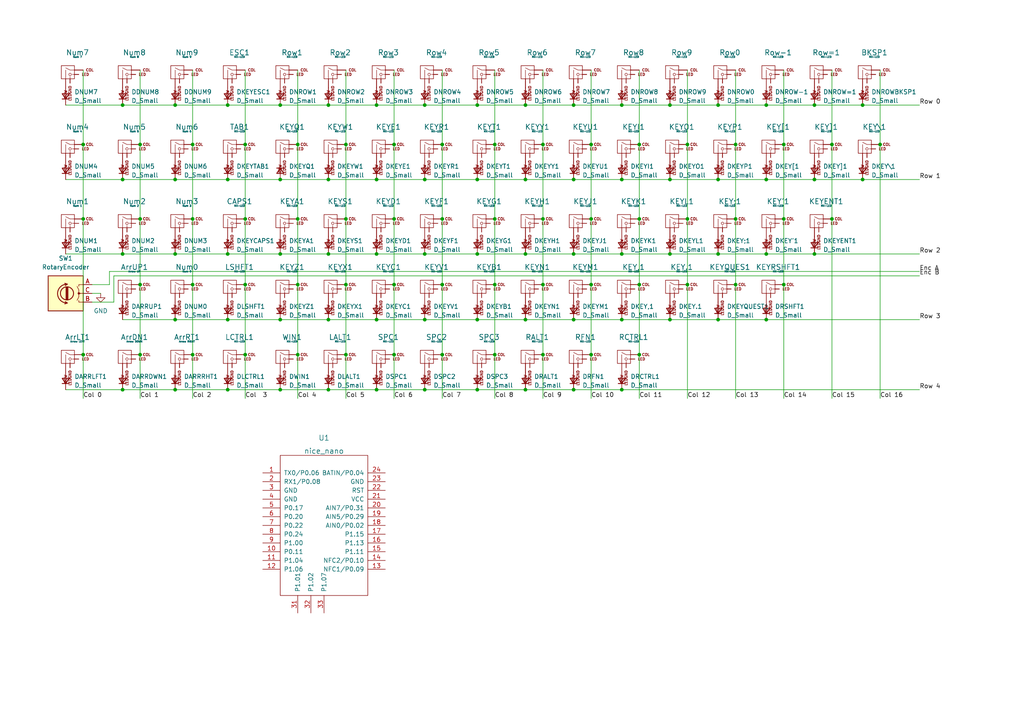
<source format=kicad_sch>
(kicad_sch (version 20211123) (generator eeschema)
  (paper "A4")
  (junction (at 227.33 63.5))
  (junction (at 66.04 30.48))
  (junction (at 152.4 73.66))
  (junction (at 208.28 30.48))
  (junction (at 55.88 63.5))
  (junction (at 143.51 82.55))
  (junction (at 71.12 63.5))
  (junction (at 236.22 73.66))
  (junction (at 95.25 92.71))
  (junction (at 123.19 73.66))
  (junction (at 123.19 113.03))
  (junction (at 143.51 102.87))
  (junction (at 185.42 82.55))
  (junction (at 157.48 63.5))
  (junction (at 24.13 102.87))
  (junction (at 95.25 52.07))
  (junction (at 222.25 73.66))
  (junction (at 152.4 92.71))
  (junction (at 171.45 82.55))
  (junction (at 123.19 92.71))
  (junction (at 86.36 63.5))
  (junction (at 66.04 52.07))
  (junction (at 100.33 102.87))
  (junction (at 166.37 113.03))
  (junction (at 50.8 113.03))
  (junction (at 81.28 52.07))
  (junction (at 166.37 30.48))
  (junction (at 143.51 63.5))
  (junction (at 199.39 63.5))
  (junction (at 180.34 30.48))
  (junction (at 194.31 52.07))
  (junction (at 55.88 82.55))
  (junction (at 81.28 30.48))
  (junction (at 171.45 102.87))
  (junction (at 166.37 92.71))
  (junction (at 180.34 113.03))
  (junction (at 109.22 30.48))
  (junction (at 114.3 82.55))
  (junction (at 250.19 30.48))
  (junction (at 86.36 82.55))
  (junction (at 50.8 73.66))
  (junction (at 166.37 52.07))
  (junction (at 24.13 63.5))
  (junction (at 157.48 41.91))
  (junction (at 81.28 73.66))
  (junction (at 100.33 41.91))
  (junction (at 213.36 41.91))
  (junction (at 100.33 63.5))
  (junction (at 40.64 41.91))
  (junction (at 222.25 92.71))
  (junction (at 222.25 30.48))
  (junction (at 194.31 30.48))
  (junction (at 180.34 73.66))
  (junction (at 128.27 41.91))
  (junction (at 241.3 63.5))
  (junction (at 255.27 41.91))
  (junction (at 143.51 41.91))
  (junction (at 100.33 82.55))
  (junction (at 35.56 30.48))
  (junction (at 138.43 30.48))
  (junction (at 40.64 63.5))
  (junction (at 114.3 63.5))
  (junction (at 66.04 92.71))
  (junction (at 171.45 41.91))
  (junction (at 250.19 52.07))
  (junction (at 128.27 82.55))
  (junction (at 55.88 102.87))
  (junction (at 208.28 92.71))
  (junction (at 208.28 73.66))
  (junction (at 222.25 52.07))
  (junction (at 236.22 30.48))
  (junction (at 95.25 113.03))
  (junction (at 138.43 113.03))
  (junction (at 71.12 102.87))
  (junction (at 55.88 41.91))
  (junction (at 66.04 113.03))
  (junction (at 171.45 63.5))
  (junction (at 95.25 30.48))
  (junction (at 35.56 73.66))
  (junction (at 152.4 30.48))
  (junction (at 241.3 41.91))
  (junction (at 152.4 113.03))
  (junction (at 199.39 41.91))
  (junction (at 213.36 63.5))
  (junction (at 128.27 102.87))
  (junction (at 138.43 73.66))
  (junction (at 128.27 63.5))
  (junction (at 185.42 102.87))
  (junction (at 50.8 52.07))
  (junction (at 185.42 63.5))
  (junction (at 180.34 52.07))
  (junction (at 109.22 113.03))
  (junction (at 24.13 41.91))
  (junction (at 35.56 52.07))
  (junction (at 35.56 113.03))
  (junction (at 185.42 41.91))
  (junction (at 180.34 92.71))
  (junction (at 95.25 73.66))
  (junction (at 114.3 41.91))
  (junction (at 236.22 52.07))
  (junction (at 194.31 92.71))
  (junction (at 138.43 92.71))
  (junction (at 71.12 41.91))
  (junction (at 81.28 92.71))
  (junction (at 109.22 92.71))
  (junction (at 213.36 82.55))
  (junction (at 227.33 41.91))
  (junction (at 157.48 102.87))
  (junction (at 109.22 52.07))
  (junction (at 157.48 82.55))
  (junction (at 123.19 52.07))
  (junction (at 40.64 82.55))
  (junction (at 114.3 102.87))
  (junction (at 227.33 82.55))
  (junction (at 50.8 30.48))
  (junction (at 152.4 52.07))
  (junction (at 71.12 82.55))
  (junction (at 194.31 73.66))
  (junction (at 86.36 102.87))
  (junction (at 50.8 92.71))
  (junction (at 40.64 102.87))
  (junction (at 66.04 73.66))
  (junction (at 208.28 52.07))
  (junction (at 138.43 52.07))
  (junction (at 166.37 73.66))
  (junction (at 123.19 30.48))
  (junction (at 199.39 82.55))
  (junction (at 86.36 41.91))
  (junction (at 109.22 73.66))
  (junction (at 81.28 113.03))
  (wire (pts (xy 185.42 20.32) (xy 185.42 41.91)))
  (wire (pts (xy 114.3 41.91) (xy 114.3 63.5)))
  (wire (pts (xy 250.19 30.48) (xy 266.7 30.48)))
  (wire (pts (xy 199.39 82.55) (xy 199.39 115.57)))
  (wire (pts (xy 236.22 30.48) (xy 250.19 30.48)))
  (wire (pts (xy 213.36 63.5) (xy 213.36 82.55)))
  (wire (pts (xy 143.51 41.91) (xy 143.51 63.5)))
  (wire (pts (xy 109.22 52.07) (xy 123.19 52.07)))
  (wire (pts (xy 180.34 113.03) (xy 266.7 113.03)))
  (wire (pts (xy 66.04 92.71) (xy 81.28 92.71)))
  (wire (pts (xy 208.28 73.66) (xy 222.25 73.66)))
  (wire (pts (xy 138.43 113.03) (xy 152.4 113.03)))
  (wire (pts (xy 40.64 41.91) (xy 40.64 63.5)))
  (wire (pts (xy 123.19 113.03) (xy 138.43 113.03)))
  (wire (pts (xy 157.48 102.87) (xy 157.48 115.57)))
  (wire (pts (xy 109.22 92.71) (xy 123.19 92.71)))
  (wire (pts (xy 241.3 41.91) (xy 241.3 63.5)))
  (wire (pts (xy 222.25 52.07) (xy 236.22 52.07)))
  (wire (pts (xy 128.27 82.55) (xy 128.27 102.87)))
  (wire (pts (xy 109.22 73.66) (xy 123.19 73.66)))
  (wire (pts (xy 35.56 30.48) (xy 50.8 30.48)))
  (wire (pts (xy 227.33 63.5) (xy 227.33 82.55)))
  (wire (pts (xy 138.43 52.07) (xy 152.4 52.07)))
  (wire (pts (xy 114.3 20.32) (xy 114.3 41.91)))
  (wire (pts (xy 114.3 102.87) (xy 114.3 115.57)))
  (wire (pts (xy 222.25 30.48) (xy 236.22 30.48)))
  (wire (pts (xy 213.36 82.55) (xy 213.36 115.57)))
  (wire (pts (xy 138.43 73.66) (xy 152.4 73.66)))
  (wire (pts (xy 114.3 82.55) (xy 114.3 102.87)))
  (wire (pts (xy 66.04 52.07) (xy 81.28 52.07)))
  (wire (pts (xy 227.33 82.55) (xy 227.33 115.57)))
  (wire (pts (xy 171.45 82.55) (xy 171.45 102.87)))
  (wire (pts (xy 19.05 30.48) (xy 35.56 30.48)))
  (wire (pts (xy 152.4 113.03) (xy 166.37 113.03)))
  (wire (pts (xy 71.12 63.5) (xy 71.12 82.55)))
  (wire (pts (xy 166.37 52.07) (xy 180.34 52.07)))
  (wire (pts (xy 180.34 30.48) (xy 194.31 30.48)))
  (wire (pts (xy 40.64 20.32) (xy 40.64 41.91)))
  (wire (pts (xy 66.04 30.48) (xy 81.28 30.48)))
  (wire (pts (xy 81.28 52.07) (xy 95.25 52.07)))
  (wire (pts (xy 114.3 63.5) (xy 114.3 82.55)))
  (wire (pts (xy 250.19 52.07) (xy 266.7 52.07)))
  (wire (pts (xy 31.75 78.74) (xy 266.7 78.74)))
  (wire (pts (xy 35.56 52.07) (xy 50.8 52.07)))
  (wire (pts (xy 50.8 30.48) (xy 66.04 30.48)))
  (wire (pts (xy 143.51 102.87) (xy 143.51 115.57)))
  (wire (pts (xy 109.22 30.48) (xy 123.19 30.48)))
  (wire (pts (xy 194.31 73.66) (xy 208.28 73.66)))
  (wire (pts (xy 157.48 82.55) (xy 157.48 102.87)))
  (wire (pts (xy 180.34 92.71) (xy 194.31 92.71)))
  (wire (pts (xy 241.3 20.32) (xy 241.3 41.91)))
  (wire (pts (xy 66.04 73.66) (xy 81.28 73.66)))
  (wire (pts (xy 185.42 102.87) (xy 185.42 115.57)))
  (wire (pts (xy 180.34 73.66) (xy 194.31 73.66)))
  (wire (pts (xy 128.27 63.5) (xy 128.27 82.55)))
  (wire (pts (xy 50.8 92.71) (xy 66.04 92.71)))
  (wire (pts (xy 236.22 73.66) (xy 266.7 73.66)))
  (wire (pts (xy 123.19 52.07) (xy 138.43 52.07)))
  (wire (pts (xy 194.31 92.71) (xy 208.28 92.71)))
  (wire (pts (xy 128.27 20.32) (xy 128.27 41.91)))
  (wire (pts (xy 123.19 73.66) (xy 138.43 73.66)))
  (wire (pts (xy 143.51 82.55) (xy 143.51 102.87)))
  (wire (pts (xy 194.31 52.07) (xy 208.28 52.07)))
  (wire (pts (xy 166.37 30.48) (xy 180.34 30.48)))
  (wire (pts (xy 143.51 63.5) (xy 143.51 82.55)))
  (wire (pts (xy 86.36 63.5) (xy 86.36 82.55)))
  (wire (pts (xy 33.02 80.01) (xy 266.7 80.01)))
  (wire (pts (xy 40.64 63.5) (xy 40.64 82.55)))
  (wire (pts (xy 236.22 52.07) (xy 250.19 52.07)))
  (wire (pts (xy 100.33 63.5) (xy 100.33 82.55)))
  (wire (pts (xy 128.27 102.87) (xy 128.27 115.57)))
  (wire (pts (xy 50.8 73.66) (xy 66.04 73.66)))
  (wire (pts (xy 81.28 30.48) (xy 95.25 30.48)))
  (wire (pts (xy 143.51 20.32) (xy 143.51 41.91)))
  (wire (pts (xy 35.56 92.71) (xy 50.8 92.71)))
  (wire (pts (xy 55.88 63.5) (xy 55.88 82.55)))
  (wire (pts (xy 152.4 92.71) (xy 166.37 92.71)))
  (wire (pts (xy 208.28 52.07) (xy 222.25 52.07)))
  (wire (pts (xy 171.45 63.5) (xy 171.45 82.55)))
  (wire (pts (xy 213.36 20.32) (xy 213.36 41.91)))
  (wire (pts (xy 241.3 63.5) (xy 241.3 115.57)))
  (wire (pts (xy 208.28 92.71) (xy 222.25 92.71)))
  (wire (pts (xy 109.22 113.03) (xy 123.19 113.03)))
  (wire (pts (xy 128.27 41.91) (xy 128.27 63.5)))
  (wire (pts (xy 199.39 20.32) (xy 199.39 41.91)))
  (wire (pts (xy 222.25 92.71) (xy 266.7 92.71)))
  (wire (pts (xy 227.33 41.91) (xy 227.33 63.5)))
  (wire (pts (xy 100.33 41.91) (xy 100.33 63.5)))
  (wire (pts (xy 166.37 92.71) (xy 180.34 92.71)))
  (wire (pts (xy 138.43 92.71) (xy 152.4 92.71)))
  (wire (pts (xy 152.4 52.07) (xy 166.37 52.07)))
  (wire (pts (xy 227.33 20.32) (xy 227.33 41.91)))
  (wire (pts (xy 31.75 82.55) (xy 31.75 78.74)))
  (wire (pts (xy 35.56 73.66) (xy 50.8 73.66)))
  (wire (pts (xy 71.12 20.32) (xy 71.12 41.91)))
  (wire (pts (xy 81.28 92.71) (xy 95.25 92.71)))
  (wire (pts (xy 199.39 41.91) (xy 199.39 63.5)))
  (wire (pts (xy 185.42 82.55) (xy 185.42 102.87)))
  (wire (pts (xy 255.27 20.32) (xy 255.27 41.91)))
  (wire (pts (xy 86.36 82.55) (xy 86.36 102.87)))
  (wire (pts (xy 55.88 20.32) (xy 55.88 41.91)))
  (wire (pts (xy 208.28 30.48) (xy 222.25 30.48)))
  (wire (pts (xy 50.8 113.03) (xy 66.04 113.03)))
  (wire (pts (xy 71.12 41.91) (xy 71.12 63.5)))
  (wire (pts (xy 138.43 30.48) (xy 152.4 30.48)))
  (wire (pts (xy 166.37 113.03) (xy 180.34 113.03)))
  (wire (pts (xy 66.04 113.03) (xy 81.28 113.03)))
  (wire (pts (xy 213.36 41.91) (xy 213.36 63.5)))
  (wire (pts (xy 100.33 82.55) (xy 100.33 102.87)))
  (wire (pts (xy 199.39 63.5) (xy 199.39 82.55)))
  (wire (pts (xy 123.19 92.71) (xy 138.43 92.71)))
  (wire (pts (xy 157.48 63.5) (xy 157.48 82.55)))
  (wire (pts (xy 55.88 82.55) (xy 55.88 102.87)))
  (wire (pts (xy 81.28 113.03) (xy 95.25 113.03)))
  (wire (pts (xy 55.88 102.87) (xy 55.88 115.57)))
  (wire (pts (xy 19.05 52.07) (xy 35.56 52.07)))
  (wire (pts (xy 19.05 73.66) (xy 35.56 73.66)))
  (wire (pts (xy 26.67 87.63) (xy 33.02 87.63)))
  (wire (pts (xy 157.48 41.91) (xy 157.48 63.5)))
  (wire (pts (xy 50.8 52.07) (xy 66.04 52.07)))
  (wire (pts (xy 157.48 20.32) (xy 157.48 41.91)))
  (wire (pts (xy 123.19 30.48) (xy 138.43 30.48)))
  (wire (pts (xy 152.4 73.66) (xy 166.37 73.66)))
  (wire (pts (xy 24.13 41.91) (xy 24.13 63.5)))
  (wire (pts (xy 35.56 113.03) (xy 50.8 113.03)))
  (wire (pts (xy 33.02 87.63) (xy 33.02 80.01)))
  (wire (pts (xy 86.36 41.91) (xy 86.36 63.5)))
  (wire (pts (xy 95.25 73.66) (xy 109.22 73.66)))
  (wire (pts (xy 86.36 102.87) (xy 86.36 115.57)))
  (wire (pts (xy 180.34 52.07) (xy 194.31 52.07)))
  (wire (pts (xy 166.37 73.66) (xy 180.34 73.66)))
  (wire (pts (xy 171.45 20.32) (xy 171.45 41.91)))
  (wire (pts (xy 40.64 82.55) (xy 40.64 102.87)))
  (wire (pts (xy 24.13 102.87) (xy 24.13 115.57)))
  (wire (pts (xy 71.12 82.55) (xy 71.12 102.87)))
  (wire (pts (xy 26.67 82.55) (xy 31.75 82.55)))
  (wire (pts (xy 95.25 113.03) (xy 109.22 113.03)))
  (wire (pts (xy 222.25 73.66) (xy 236.22 73.66)))
  (wire (pts (xy 71.12 102.87) (xy 71.12 115.57)))
  (wire (pts (xy 185.42 41.91) (xy 185.42 63.5)))
  (wire (pts (xy 95.25 30.48) (xy 109.22 30.48)))
  (wire (pts (xy 19.05 113.03) (xy 35.56 113.03)))
  (wire (pts (xy 171.45 102.87) (xy 171.45 115.57)))
  (wire (pts (xy 171.45 41.91) (xy 171.45 63.5)))
  (wire (pts (xy 185.42 63.5) (xy 185.42 82.55)))
  (wire (pts (xy 95.25 52.07) (xy 109.22 52.07)))
  (wire (pts (xy 55.88 41.91) (xy 55.88 63.5)))
  (wire (pts (xy 40.64 102.87) (xy 40.64 115.57)))
  (wire (pts (xy 24.13 20.32) (xy 24.13 41.91)))
  (wire (pts (xy 81.28 73.66) (xy 95.25 73.66)))
  (wire (pts (xy 26.67 85.09) (xy 29.21 85.09)))
  (wire (pts (xy 255.27 41.91) (xy 255.27 115.57)))
  (wire (pts (xy 100.33 20.32) (xy 100.33 41.91)))
  (wire (pts (xy 100.33 102.87) (xy 100.33 115.57)))
  (wire (pts (xy 86.36 20.32) (xy 86.36 41.91)))
  (wire (pts (xy 24.13 63.5) (xy 24.13 102.87)))
  (wire (pts (xy 152.4 30.48) (xy 166.37 30.48)))
  (wire (pts (xy 194.31 30.48) (xy 208.28 30.48)))
  (wire (pts (xy 95.25 92.71) (xy 109.22 92.71)))
  (label "Col 12" (at 199.39 115.57 0))
  (label "Col 11" (at 185.42 115.57 0))
  (label "Col 10" (at 171.45 115.57 0))
  (label "Row 2" (at 266.7 73.66 0))
  (label "Row 0" (at 266.7 30.48 0))
  (label "Col 6" (at 114.3 115.57 0))
  (label "Col 9" (at 157.48 115.57 0))
  (label "Row 4" (at 266.7 113.03 0))
  (label "Col 8" (at 143.51 115.57 0))
  (label "Col 14" (at 227.33 115.57 0))
  (label "Col 15" (at 241.3 115.57 0))
  (label "Col 16" (at 255.27 115.57 0))
  (label "Row 3" (at 266.7 92.71 0))
  (label "Enc A" (at 266.7 78.74 0))
  (label "Col  3" (at 71.12 115.57 0))
  (label "Col 13" (at 213.36 115.57 0))
  (label "Col 0" (at 24.13 115.57 0))
  (label "Col 5" (at 100.33 115.57 0))
  (label "Col 2" (at 55.88 115.57 0))
  (label "Col 1" (at 40.64 115.57 0))
  (label "Row 1" (at 266.7 52.07 0))
  (label "Col 4" (at 86.36 115.57 0))
  (label "Enc B" (at 266.7 80.01 0))
  (label "Col 7" (at 128.27 115.57 0))
  (symbol (lib_id "MX_Alps_Hybrid:MX-LED") (at 124.46 43.18 0) (unit 1)
    (property "Reference" "KEYR1" (at 126.6156 36.83 0) (effects (font (size 1.524 1.524))))
    (property "Value" "MX-LED" (at 126.6156 38.1 0) (effects (font (size 0.508 0.508))))
    (property "Footprint" "keyswitches:Kailh_socket_PG1350" (effects hide))
  )
  (symbol (lib_id "MX_Alps_Hybrid:MX-LED") (at 139.7 43.18 0) (unit 1)
    (property "Reference" "KEYT1" (at 141.8556 36.83 0) (effects (font (size 1.524 1.524))))
    (property "Value" "MX-LED" (at 141.8556 38.1 0) (effects (font (size 0.508 0.508))))
    (property "Footprint" "keyswitches:Kailh_socket_PG1350" (effects hide))
  )
  (symbol (lib_id "Device:D_Small") (at 250.19 27.94 90) (unit 1)
    (property "Reference" "DNROWBKSP1" (at 252.73 26.6699 90) (effects (justify right)))
    (property "Value" "D_Small" (at 252.73 29.2099 90) (effects (justify right)))
    (property "Footprint" "Diode_SMD:D_3220_8050Metric" (effects hide))
  )
  (symbol (lib_id "MX_Alps_Hybrid:MX-LED") (at 110.49 83.82 0) (unit 1)
    (property "Reference" "KEYC1" (at 112.6456 77.47 0) (effects (font (size 1.524 1.524))))
    (property "Value" "MX-LED" (at 112.6456 78.74 0) (effects (font (size 0.508 0.508))))
    (property "Footprint" "keyswitches:Kailh_socket_PG1350" (effects hide))
  )
  (symbol (lib_id "Device:D_Small") (at 194.31 71.12 90) (unit 1)
    (property "Reference" "DKEYL1" (at 196.85 69.8499 90) (effects (justify right)))
    (property "Value" "D_Small" (at 196.85 72.3899 90) (effects (justify right)))
    (property "Footprint" "Diode_SMD:D_3220_8050Metric" (effects hide))
  )
  (symbol (lib_id "MX_Alps_Hybrid:MX-LED") (at 110.49 43.18 0) (unit 1)
    (property "Reference" "KEYE1" (at 112.6456 36.83 0) (effects (font (size 1.524 1.524))))
    (property "Value" "MX-LED" (at 112.6456 38.1 0) (effects (font (size 0.508 0.508))))
    (property "Footprint" "keyswitches:Kailh_socket_PG1350" (effects hide))
  )
  (symbol (lib_id "MX_Alps_Hybrid:MX-LED") (at 167.64 104.14 0) (unit 1)
    (property "Reference" "RFN1" (at 169.7956 97.79 0) (effects (font (size 1.524 1.524))))
    (property "Value" "MX-LED" (at 169.7956 99.06 0) (effects (font (size 0.508 0.508))))
    (property "Footprint" "keyswitches:Kailh_socket_PG1350" (effects hide))
  )
  (symbol (lib_id "Device:D_Small") (at 166.37 90.17 90) (unit 1)
    (property "Reference" "DKEYM1" (at 168.91 88.8999 90) (effects (justify right)))
    (property "Value" "D_Small" (at 168.91 91.4399 90) (effects (justify right)))
    (property "Footprint" "Diode_SMD:D_3220_8050Metric" (effects hide))
  )
  (symbol (lib_id "MX_Alps_Hybrid:MX-LED") (at 110.49 21.59 0) (unit 1)
    (property "Reference" "Row3" (at 112.6456 15.24 0) (effects (font (size 1.524 1.524))))
    (property "Value" "MX-LED" (at 112.6456 16.51 0) (effects (font (size 0.508 0.508))))
    (property "Footprint" "keyswitches:Kailh_socket_PG1350" (effects hide))
  )
  (symbol (lib_id "MX_Alps_Hybrid:MX-LED") (at 124.46 64.77 0) (unit 1)
    (property "Reference" "KEYF1" (at 126.6156 58.42 0) (effects (font (size 1.524 1.524))))
    (property "Value" "MX-LED" (at 126.6156 59.69 0) (effects (font (size 0.508 0.508))))
    (property "Footprint" "keyswitches:Kailh_socket_PG1350" (effects hide))
  )
  (symbol (lib_id "Device:D_Small") (at 19.05 27.94 90) (unit 1)
    (property "Reference" "DNUM7" (at 21.59 26.6699 90) (effects (justify right)))
    (property "Value" "D_Small" (at 21.59 29.2099 90) (effects (justify right)))
    (property "Footprint" "Diode_SMD:D_3220_8050Metric" (effects hide))
  )
  (symbol (lib_id "MX_Alps_Hybrid:MX-LED") (at 153.67 64.77 0) (unit 1)
    (property "Reference" "KEYH1" (at 155.8256 58.42 0) (effects (font (size 1.524 1.524))))
    (property "Value" "MX-LED" (at 155.8256 59.69 0) (effects (font (size 0.508 0.508))))
    (property "Footprint" "keyswitches:Kailh_socket_PG1350" (effects hide))
  )
  (symbol (lib_id "Device:D_Small") (at 180.34 27.94 90) (unit 1)
    (property "Reference" "DNROW8" (at 182.88 26.6699 90) (effects (justify right)))
    (property "Value" "D_Small" (at 182.88 29.2099 90) (effects (justify right)))
    (property "Footprint" "Diode_SMD:D_3220_8050Metric" (effects hide))
  )
  (symbol (lib_id "MX_Alps_Hybrid:MX-LED") (at 96.52 104.14 0) (unit 1)
    (property "Reference" "LALT1" (at 98.6756 97.79 0) (effects (font (size 1.524 1.524))))
    (property "Value" "MX-LED" (at 98.6756 99.06 0) (effects (font (size 0.508 0.508))))
    (property "Footprint" "keyswitches:Kailh_socket_PG1350" (effects hide))
  )
  (symbol (lib_id "MX_Alps_Hybrid:MX-LED") (at 96.52 21.59 0) (unit 1)
    (property "Reference" "Row2" (at 98.6756 15.24 0) (effects (font (size 1.524 1.524))))
    (property "Value" "MX-LED" (at 98.6756 16.51 0) (effects (font (size 0.508 0.508))))
    (property "Footprint" "keyswitches:Kailh_socket_PG1350" (effects hide))
  )
  (symbol (lib_id "Device:D_Small") (at 222.25 49.53 90) (unit 1)
    (property "Reference" "DKEY[1" (at 224.79 48.2599 90) (effects (justify right)))
    (property "Value" "D_Small" (at 224.79 50.7999 90) (effects (justify right)))
    (property "Footprint" "Diode_SMD:D_3220_8050Metric" (effects hide))
  )
  (symbol (lib_id "Device:D_Small") (at 194.31 90.17 90) (unit 1)
    (property "Reference" "DKEY.1" (at 196.85 88.8999 90) (effects (justify right)))
    (property "Value" "D_Small" (at 196.85 91.4399 90) (effects (justify right)))
    (property "Footprint" "Diode_SMD:D_3220_8050Metric" (effects hide))
  )
  (symbol (lib_id "MX_Alps_Hybrid:MX-LED") (at 82.55 43.18 0) (unit 1)
    (property "Reference" "KEYQ1" (at 84.7056 36.83 0) (effects (font (size 1.524 1.524))))
    (property "Value" "MX-LED" (at 84.7056 38.1 0) (effects (font (size 0.508 0.508))))
    (property "Footprint" "keyswitches:Kailh_socket_PG1350" (effects hide))
  )
  (symbol (lib_id "MX_Alps_Hybrid:MX-LED") (at 96.52 83.82 0) (unit 1)
    (property "Reference" "KEYX1" (at 98.6756 77.47 0) (effects (font (size 1.524 1.524))))
    (property "Value" "MX-LED" (at 98.6756 78.74 0) (effects (font (size 0.508 0.508))))
    (property "Footprint" "keyswitches:Kailh_socket_PG1350" (effects hide))
  )
  (symbol (lib_id "MX_Alps_Hybrid:MX-LED") (at 52.07 43.18 0) (unit 1)
    (property "Reference" "Num6" (at 54.2256 36.83 0) (effects (font (size 1.524 1.524))))
    (property "Value" "Num 6" (at 54.2256 38.1 0) (effects (font (size 0.508 0.508))))
    (property "Footprint" "keyswitches:Kailh_socket_PG1350" (effects hide))
  )
  (symbol (lib_id "Device:D_Small") (at 66.04 110.49 90) (unit 1)
    (property "Reference" "DLCTRL1" (at 68.58 109.2199 90) (effects (justify right)))
    (property "Value" "D_Small" (at 68.58 111.7599 90) (effects (justify right)))
    (property "Footprint" "Diode_SMD:D_3220_8050Metric" (effects hide))
  )
  (symbol (lib_id "Device:D_Small") (at 19.05 71.12 90) (unit 1)
    (property "Reference" "DNUM1" (at 21.59 69.8499 90) (effects (justify right)))
    (property "Value" "D_Small" (at 21.59 72.3899 90) (effects (justify right)))
    (property "Footprint" "Diode_SMD:D_3220_8050Metric" (effects hide))
  )
  (symbol (lib_id "MX_Alps_Hybrid:MX-LED") (at 139.7 21.59 0) (unit 1)
    (property "Reference" "Row5" (at 141.8556 15.24 0) (effects (font (size 1.524 1.524))))
    (property "Value" "MX-LED" (at 141.8556 16.51 0) (effects (font (size 0.508 0.508))))
    (property "Footprint" "keyswitches:Kailh_socket_PG1350" (effects hide))
  )
  (symbol (lib_id "MX_Alps_Hybrid:MX-LED") (at 36.83 104.14 0) (unit 1)
    (property "Reference" "ArrDN1" (at 38.9856 97.79 0) (effects (font (size 1.524 1.524))))
    (property "Value" "Arrow DOWN" (at 38.9856 99.06 0) (effects (font (size 0.508 0.508))))
    (property "Footprint" "keyswitches:Kailh_socket_PG1350" (effects hide))
  )
  (symbol (lib_id "Device:D_Small") (at 152.4 27.94 90) (unit 1)
    (property "Reference" "DNROW6" (at 154.94 26.6699 90) (effects (justify right)))
    (property "Value" "D_Small" (at 154.94 29.2099 90) (effects (justify right)))
    (property "Footprint" "Diode_SMD:D_3220_8050Metric" (effects hide))
  )
  (symbol (lib_id "MX_Alps_Hybrid:MX-LED") (at 96.52 64.77 0) (unit 1)
    (property "Reference" "KEYS1" (at 98.6756 58.42 0) (effects (font (size 1.524 1.524))))
    (property "Value" "MX-LED" (at 98.6756 59.69 0) (effects (font (size 0.508 0.508))))
    (property "Footprint" "keyswitches:Kailh_socket_PG1350" (effects hide))
  )
  (symbol (lib_id "Device:D_Small") (at 35.56 90.17 90) (unit 1)
    (property "Reference" "DARRUP1" (at 38.1 88.8999 90) (effects (justify right)))
    (property "Value" "D_Small" (at 38.1 91.4399 90) (effects (justify right)))
    (property "Footprint" "Diode_SMD:D_3220_8050Metric" (effects hide))
  )
  (symbol (lib_id "Device:D_Small") (at 95.25 49.53 90) (unit 1)
    (property "Reference" "DKEYW1" (at 97.79 48.2599 90) (effects (justify right)))
    (property "Value" "D_Small" (at 97.79 50.7999 90) (effects (justify right)))
    (property "Footprint" "Diode_SMD:D_3220_8050Metric" (effects hide))
  )
  (symbol (lib_id "Device:D_Small") (at 138.43 90.17 90) (unit 1)
    (property "Reference" "DKEYB1" (at 140.97 88.8999 90) (effects (justify right)))
    (property "Value" "D_Small" (at 140.97 91.4399 90) (effects (justify right)))
    (property "Footprint" "Diode_SMD:D_3220_8050Metric" (effects hide))
  )
  (symbol (lib_id "Device:D_Small") (at 138.43 71.12 90) (unit 1)
    (property "Reference" "DKEYG1" (at 140.97 69.8499 90) (effects (justify right)))
    (property "Value" "D_Small" (at 140.97 72.3899 90) (effects (justify right)))
    (property "Footprint" "Diode_SMD:D_3220_8050Metric" (effects hide))
  )
  (symbol (lib_id "Device:D_Small") (at 152.4 90.17 90) (unit 1)
    (property "Reference" "DKEYN1" (at 154.94 88.8999 90) (effects (justify right)))
    (property "Value" "D_Small" (at 154.94 91.4399 90) (effects (justify right)))
    (property "Footprint" "Diode_SMD:D_3220_8050Metric" (effects hide))
  )
  (symbol (lib_id "Device:D_Small") (at 50.8 71.12 90) (unit 1)
    (property "Reference" "DNUM3" (at 53.34 69.8499 90) (effects (justify right)))
    (property "Value" "D_Small" (at 53.34 72.3899 90) (effects (justify right)))
    (property "Footprint" "Diode_SMD:D_3220_8050Metric" (effects hide))
  )
  (symbol (lib_id "Device:D_Small") (at 123.19 90.17 90) (unit 1)
    (property "Reference" "DKEYV1" (at 125.73 88.8999 90) (effects (justify right)))
    (property "Value" "D_Small" (at 125.73 91.4399 90) (effects (justify right)))
    (property "Footprint" "Diode_SMD:D_3220_8050Metric" (effects hide))
  )
  (symbol (lib_id "Device:D_Small") (at 109.22 71.12 90) (unit 1)
    (property "Reference" "DKEYD1" (at 111.76 69.8499 90) (effects (justify right)))
    (property "Value" "D_Small" (at 111.76 72.3899 90) (effects (justify right)))
    (property "Footprint" "Diode_SMD:D_3220_8050Metric" (effects hide))
  )
  (symbol (lib_id "Device:D_Small") (at 81.28 110.49 90) (unit 1)
    (property "Reference" "DWIN1" (at 83.82 109.2199 90) (effects (justify right)))
    (property "Value" "D_Small" (at 83.82 111.7599 90) (effects (justify right)))
    (property "Footprint" "Diode_SMD:D_3220_8050Metric" (effects hide))
  )
  (symbol (lib_id "MX_Alps_Hybrid:MX-LED") (at 67.31 21.59 0) (unit 1)
    (property "Reference" "ESC1" (at 69.4656 15.24 0) (effects (font (size 1.524 1.524))))
    (property "Value" "MX-LED" (at 69.4656 16.51 0) (effects (font (size 0.508 0.508))))
    (property "Footprint" "keyswitches:Kailh_socket_PG1350" (effects hide))
  )
  (symbol (lib_id "Device:D_Small") (at 95.25 71.12 90) (unit 1)
    (property "Reference" "DKEYS1" (at 97.79 69.8499 90) (effects (justify right)))
    (property "Value" "D_Small" (at 97.79 72.3899 90) (effects (justify right)))
    (property "Footprint" "Diode_SMD:D_3220_8050Metric" (effects hide))
  )
  (symbol (lib_id "MX_Alps_Hybrid:MX-LED") (at 20.32 43.18 0) (unit 1)
    (property "Reference" "Num4" (at 22.4756 36.83 0) (effects (font (size 1.524 1.524))))
    (property "Value" "Num 4" (at 22.4756 38.1 0) (effects (font (size 0.508 0.508))))
    (property "Footprint" "keyswitches:Kailh_socket_PG1350" (effects hide))
  )
  (symbol (lib_id "MX_Alps_Hybrid:MX-LED") (at 139.7 83.82 0) (unit 1)
    (property "Reference" "KEYB1" (at 141.8556 77.47 0) (effects (font (size 1.524 1.524))))
    (property "Value" "MX-LED" (at 141.8556 78.74 0) (effects (font (size 0.508 0.508))))
    (property "Footprint" "keyswitches:Kailh_socket_PG1350" (effects hide))
  )
  (symbol (lib_id "Device:D_Small") (at 180.34 49.53 90) (unit 1)
    (property "Reference" "DKEYI1" (at 182.88 48.2599 90) (effects (justify right)))
    (property "Value" "D_Small" (at 182.88 50.7999 90) (effects (justify right)))
    (property "Footprint" "Diode_SMD:D_3220_8050Metric" (effects hide))
  )
  (symbol (lib_id "Device:D_Small") (at 152.4 49.53 90) (unit 1)
    (property "Reference" "DKEYY1" (at 154.94 48.2599 90) (effects (justify right)))
    (property "Value" "D_Small" (at 154.94 50.7999 90) (effects (justify right)))
    (property "Footprint" "Diode_SMD:D_3220_8050Metric" (effects hide))
  )
  (symbol (lib_id "MX_Alps_Hybrid:MX-LED") (at 52.07 64.77 0) (unit 1)
    (property "Reference" "Num3" (at 54.2256 58.42 0) (effects (font (size 1.524 1.524))))
    (property "Value" "Num 3" (at 54.2256 59.69 0) (effects (font (size 0.508 0.508))))
    (property "Footprint" "keyswitches:Kailh_socket_PG1350" (effects hide))
  )
  (symbol (lib_id "Device:D_Small") (at 208.28 71.12 90) (unit 1)
    (property "Reference" "DKEY;1" (at 210.82 69.8499 90) (effects (justify right)))
    (property "Value" "D_Small" (at 210.82 72.3899 90) (effects (justify right)))
    (property "Footprint" "Diode_SMD:D_3220_8050Metric" (effects hide))
  )
  (symbol (lib_id "MX_Alps_Hybrid:MX-LED") (at 167.64 83.82 0) (unit 1)
    (property "Reference" "KEYM1" (at 169.7956 77.47 0) (effects (font (size 1.524 1.524))))
    (property "Value" "MX-LED" (at 169.7956 78.74 0) (effects (font (size 0.508 0.508))))
    (property "Footprint" "keyswitches:Kailh_socket_PG1350" (effects hide))
  )
  (symbol (lib_id "Device:D_Small") (at 138.43 110.49 90) (unit 1)
    (property "Reference" "DSPC3" (at 140.97 109.2199 90) (effects (justify right)))
    (property "Value" "D_Small" (at 140.97 111.7599 90) (effects (justify right)))
    (property "Footprint" "Diode_SMD:D_3220_8050Metric" (effects hide))
  )
  (symbol (lib_id "MX_Alps_Hybrid:MX-LED") (at 20.32 104.14 0) (unit 1)
    (property "Reference" "ArrLT1" (at 22.4756 97.79 0) (effects (font (size 1.524 1.524))))
    (property "Value" "Arrow LEFT" (at 22.4756 99.06 0) (effects (font (size 0.508 0.508))))
    (property "Footprint" "keyswitches:Kailh_socket_PG1350" (effects hide))
  )
  (symbol (lib_id "MX_Alps_Hybrid:MX-LED") (at 195.58 83.82 0) (unit 1)
    (property "Reference" "KEY.1" (at 197.7356 77.47 0) (effects (font (size 1.524 1.524))))
    (property "Value" "MX-LED" (at 197.7356 78.74 0) (effects (font (size 0.508 0.508))))
    (property "Footprint" "keyswitches:Kailh_socket_PG1350" (effects hide))
  )
  (symbol (lib_id "Device:D_Small") (at 95.25 27.94 90) (unit 1)
    (property "Reference" "DNROW2" (at 97.79 26.6699 90) (effects (justify right)))
    (property "Value" "D_Small" (at 97.79 29.2099 90) (effects (justify right)))
    (property "Footprint" "Diode_SMD:D_3220_8050Metric" (effects hide))
  )
  (symbol (lib_id "MX_Alps_Hybrid:MX-LED") (at 139.7 64.77 0) (unit 1)
    (property "Reference" "KEYG1" (at 141.8556 58.42 0) (effects (font (size 1.524 1.524))))
    (property "Value" "MX-LED" (at 141.8556 59.69 0) (effects (font (size 0.508 0.508))))
    (property "Footprint" "keyswitches:Kailh_socket_PG1350" (effects hide))
  )
  (symbol (lib_id "Device:RotaryEncoder") (at 19.05 85.09 0) (mirror y) (unit 1)
    (property "Reference" "SW1" (at 19.05 74.93 0))
    (property "Value" "RotaryEncoder" (at 19.05 77.47 0))
    (property "Footprint" "Rotary_Encoder:RotaryEncoder_Alps_EC11E-Switch_Vertical_H20mm" (effects hide))
  )
  (symbol (lib_id "MX_Alps_Hybrid:MX-LED") (at 167.64 64.77 0) (unit 1)
    (property "Reference" "KEYJ1" (at 169.7956 58.42 0) (effects (font (size 1.524 1.524))))
    (property "Value" "MX-LED" (at 169.7956 59.69 0) (effects (font (size 0.508 0.508))))
    (property "Footprint" "keyswitches:Kailh_socket_PG1350" (effects hide))
  )
  (symbol (lib_id "Device:D_Small") (at 66.04 71.12 90) (unit 1)
    (property "Reference" "DKEYCAPS1" (at 68.58 69.8499 90) (effects (justify right)))
    (property "Value" "D_Small" (at 68.58 72.3899 90) (effects (justify right)))
    (property "Footprint" "Diode_SMD:D_3220_8050Metric" (effects hide))
  )
  (symbol (lib_id "MX_Alps_Hybrid:MX-LED") (at 181.61 21.59 0) (unit 1)
    (property "Reference" "Row8" (at 183.7656 15.24 0) (effects (font (size 1.524 1.524))))
    (property "Value" "MX-LED" (at 183.7656 16.51 0) (effects (font (size 0.508 0.508))))
    (property "Footprint" "keyswitches:Kailh_socket_PG1350" (effects hide))
  )
  (symbol (lib_id "Device:D_Small") (at 35.56 71.12 90) (unit 1)
    (property "Reference" "DNUM2" (at 38.1 69.8499 90) (effects (justify right)))
    (property "Value" "D_Small" (at 38.1 72.3899 90) (effects (justify right)))
    (property "Footprint" "Diode_SMD:D_3220_8050Metric" (effects hide))
  )
  (symbol (lib_id "MX_Alps_Hybrid:MX-LED") (at 237.49 43.18 0) (unit 1)
    (property "Reference" "KEY]1" (at 239.6456 36.83 0) (effects (font (size 1.524 1.524))))
    (property "Value" "MX-LED" (at 239.6456 38.1 0) (effects (font (size 0.508 0.508))))
    (property "Footprint" "keyswitches:Kailh_socket_PG1350" (effects hide))
  )
  (symbol (lib_id "Device:D_Small") (at 81.28 90.17 90) (unit 1)
    (property "Reference" "DKEYZ1" (at 83.82 88.8999 90) (effects (justify right)))
    (property "Value" "D_Small" (at 83.82 91.4399 90) (effects (justify right)))
    (property "Footprint" "Diode_SMD:D_3220_8050Metric" (effects hide))
  )
  (symbol (lib_id "Device:D_Small") (at 123.19 110.49 90) (unit 1)
    (property "Reference" "DSPC2" (at 125.73 109.2199 90) (effects (justify right)))
    (property "Value" "D_Small" (at 125.73 111.7599 90) (effects (justify right)))
    (property "Footprint" "Diode_SMD:D_3220_8050Metric" (effects hide))
  )
  (symbol (lib_id "MX_Alps_Hybrid:MX-LED") (at 153.67 43.18 0) (unit 1)
    (property "Reference" "KEYY1" (at 155.8256 36.83 0) (effects (font (size 1.524 1.524))))
    (property "Value" "MX-LED" (at 155.8256 38.1 0) (effects (font (size 0.508 0.508))))
    (property "Footprint" "keyswitches:Kailh_socket_PG1350" (effects hide))
  )
  (symbol (lib_id "Device:D_Small") (at 236.22 49.53 90) (unit 1)
    (property "Reference" "DKEY]1" (at 238.76 48.2599 90) (effects (justify right)))
    (property "Value" "D_Small" (at 238.76 50.7999 90) (effects (justify right)))
    (property "Footprint" "Diode_SMD:D_3220_8050Metric" (effects hide))
  )
  (symbol (lib_id "Device:D_Small") (at 180.34 71.12 90) (unit 1)
    (property "Reference" "DKEYK1" (at 182.88 69.8499 90) (effects (justify right)))
    (property "Value" "D_Small" (at 182.88 72.3899 90) (effects (justify right)))
    (property "Footprint" "Diode_SMD:D_3220_8050Metric" (effects hide))
  )
  (symbol (lib_id "Device:D_Small") (at 50.8 110.49 90) (unit 1)
    (property "Reference" "DARRRHT1" (at 53.34 109.2199 90) (effects (justify right)))
    (property "Value" "D_Small" (at 53.34 111.7599 90) (effects (justify right)))
    (property "Footprint" "Diode_SMD:D_3220_8050Metric" (effects hide))
  )
  (symbol (lib_id "MX_Alps_Hybrid:MX-LED") (at 82.55 21.59 0) (unit 1)
    (property "Reference" "Row1" (at 84.7056 15.24 0) (effects (font (size 1.524 1.524))))
    (property "Value" "MX-LED" (at 84.7056 16.51 0) (effects (font (size 0.508 0.508))))
    (property "Footprint" "keyswitches:Kailh_socket_PG1350" (effects hide))
  )
  (symbol (lib_id "MX_Alps_Hybrid:MX-LED") (at 209.55 64.77 0) (unit 1)
    (property "Reference" "KEY;1" (at 211.7056 58.42 0) (effects (font (size 1.524 1.524))))
    (property "Value" "MX-LED" (at 211.7056 59.69 0) (effects (font (size 0.508 0.508))))
    (property "Footprint" "keyswitches:Kailh_socket_PG1350" (effects hide))
  )
  (symbol (lib_id "Device:D_Small") (at 236.22 71.12 90) (unit 1)
    (property "Reference" "DKEYENT1" (at 238.76 69.8499 90) (effects (justify right)))
    (property "Value" "D_Small" (at 238.76 72.3899 90) (effects (justify right)))
    (property "Footprint" "Diode_SMD:D_3220_8050Metric" (effects hide))
  )
  (symbol (lib_id "MX_Alps_Hybrid:MX-LED") (at 181.61 83.82 0) (unit 1)
    (property "Reference" "KEY,1" (at 183.7656 77.47 0) (effects (font (size 1.524 1.524))))
    (property "Value" "MX-LED" (at 183.7656 78.74 0) (effects (font (size 0.508 0.508))))
    (property "Footprint" "keyswitches:Kailh_socket_PG1350" (effects hide))
  )
  (symbol (lib_id "Device:D_Small") (at 138.43 27.94 90) (unit 1)
    (property "Reference" "DNROW5" (at 140.97 26.6699 90) (effects (justify right)))
    (property "Value" "D_Small" (at 140.97 29.2099 90) (effects (justify right)))
    (property "Footprint" "Diode_SMD:D_3220_8050Metric" (effects hide))
  )
  (symbol (lib_id "Device:D_Small") (at 222.25 90.17 90) (unit 1)
    (property "Reference" "DRSHFT1" (at 224.79 88.8999 90) (effects (justify right)))
    (property "Value" "D_Small" (at 224.79 91.4399 90) (effects (justify right)))
    (property "Footprint" "Diode_SMD:D_3220_8050Metric" (effects hide))
  )
  (symbol (lib_id "MX_Alps_Hybrid:MX-LED") (at 20.32 21.59 0) (unit 1)
    (property "Reference" "Num7" (at 22.4756 15.24 0) (effects (font (size 1.524 1.524))))
    (property "Value" "Num 7" (at 22.4756 16.51 0) (effects (font (size 0.508 0.508))))
    (property "Footprint" "keyswitches:Kailh_socket_PG1350" (effects hide))
  )
  (symbol (lib_id "Device:D_Small") (at 166.37 27.94 90) (unit 1)
    (property "Reference" "DNROW7" (at 168.91 26.6699 90) (effects (justify right)))
    (property "Value" "D_Small" (at 168.91 29.2099 90) (effects (justify right)))
    (property "Footprint" "Diode_SMD:D_3220_8050Metric" (effects hide))
  )
  (symbol (lib_id "MX_Alps_Hybrid:MX-LED") (at 110.49 104.14 0) (unit 1)
    (property "Reference" "SPC1" (at 112.6456 97.79 0) (effects (font (size 1.524 1.524))))
    (property "Value" "MX-LED" (at 112.6456 99.06 0) (effects (font (size 0.508 0.508))))
    (property "Footprint" "keyswitches:Kailh_socket_PG1350" (effects hide))
  )
  (symbol (lib_id "Device:D_Small") (at 109.22 27.94 90) (unit 1)
    (property "Reference" "DNROW3" (at 111.76 26.6699 90) (effects (justify right)))
    (property "Value" "D_Small" (at 111.76 29.2099 90) (effects (justify right)))
    (property "Footprint" "Diode_SMD:D_3220_8050Metric" (effects hide))
  )
  (symbol (lib_id "Device:D_Small") (at 50.8 27.94 90) (unit 1)
    (property "Reference" "DDNUM9" (at 53.34 26.6699 90) (effects (justify right)))
    (property "Value" "D_Small" (at 53.34 29.2099 90) (effects (justify right)))
    (property "Footprint" "Diode_SMD:D_3220_8050Metric" (effects hide))
  )
  (symbol (lib_id "MX_Alps_Hybrid:MX-LED") (at 67.31 64.77 0) (unit 1)
    (property "Reference" "CAPS1" (at 69.4656 58.42 0) (effects (font (size 1.524 1.524))))
    (property "Value" "MX-LED" (at 69.4656 59.69 0) (effects (font (size 0.508 0.508))))
    (property "Footprint" "keyswitches:Kailh_socket_PG1350" (effects hide))
  )
  (symbol (lib_id "Device:D_Small") (at 180.34 90.17 90) (unit 1)
    (property "Reference" "DKEY,1" (at 182.88 88.8999 90) (effects (justify right)))
    (property "Value" "D_Small" (at 182.88 91.4399 90) (effects (justify right)))
    (property "Footprint" "Diode_SMD:D_3220_8050Metric" (effects hide))
  )
  (symbol (lib_id "Device:D_Small") (at 66.04 27.94 90) (unit 1)
    (property "Reference" "DKEYESC1" (at 68.58 26.6699 90) (effects (justify right)))
    (property "Value" "D_Small" (at 68.58 29.2099 90) (effects (justify right)))
    (property "Footprint" "Diode_SMD:D_3220_8050Metric" (effects hide))
  )
  (symbol (lib_id "MX_Alps_Hybrid:MX-LED") (at 167.64 21.59 0) (unit 1)
    (property "Reference" "Row7" (at 169.7956 15.24 0) (effects (font (size 1.524 1.524))))
    (property "Value" "MX-LED" (at 169.7956 16.51 0) (effects (font (size 0.508 0.508))))
    (property "Footprint" "keyswitches:Kailh_socket_PG1350" (effects hide))
  )
  (symbol (lib_id "MX_Alps_Hybrid:MX-LED") (at 251.46 21.59 0) (unit 1)
    (property "Reference" "BKSP1" (at 253.6156 15.24 0) (effects (font (size 1.524 1.524))))
    (property "Value" "MX-LED" (at 253.6156 16.51 0) (effects (font (size 0.508 0.508))))
    (property "Footprint" "keyswitches:Kailh_socket_PG1350" (effects hide))
  )
  (symbol (lib_id "MX_Alps_Hybrid:MX-LED") (at 67.31 104.14 0) (unit 1)
    (property "Reference" "LCTRL1" (at 69.4656 97.79 0) (effects (font (size 1.524 1.524))))
    (property "Value" "MX-LED" (at 69.4656 99.06 0) (effects (font (size 0.508 0.508))))
    (property "Footprint" "keyswitches:Kailh_socket_PG1350" (effects hide))
  )
  (symbol (lib_id "Device:D_Small") (at 123.19 71.12 90) (unit 1)
    (property "Reference" "DKEYF1" (at 125.73 69.8499 90) (effects (justify right)))
    (property "Value" "D_Small" (at 125.73 72.3899 90) (effects (justify right)))
    (property "Footprint" "Diode_SMD:D_3220_8050Metric" (effects hide))
  )
  (symbol (lib_id "Device:D_Small") (at 109.22 110.49 90) (unit 1)
    (property "Reference" "DSPC1" (at 111.76 109.2199 90) (effects (justify right)))
    (property "Value" "D_Small" (at 111.76 111.7599 90) (effects (justify right)))
    (property "Footprint" "Diode_SMD:D_3220_8050Metric" (effects hide))
  )
  (symbol (lib_id "Device:D_Small") (at 166.37 49.53 90) (unit 1)
    (property "Reference" "DKEYU1" (at 168.91 48.2599 90) (effects (justify right)))
    (property "Value" "D_Small" (at 168.91 50.7999 90) (effects (justify right)))
    (property "Footprint" "Diode_SMD:D_3220_8050Metric" (effects hide))
  )
  (symbol (lib_id "Device:D_Small") (at 250.19 49.53 90) (unit 1)
    (property "Reference" "DKEY\\1" (at 252.73 48.2599 90) (effects (justify right)))
    (property "Value" "D_Small" (at 252.73 50.7999 90) (effects (justify right)))
    (property "Footprint" "Diode_SMD:D_3220_8050Metric" (effects hide))
  )
  (symbol (lib_id "MX_Alps_Hybrid:MX-LED") (at 237.49 21.59 0) (unit 1)
    (property "Reference" "Row=1" (at 239.6456 15.24 0) (effects (font (size 1.524 1.524))))
    (property "Value" "MX-LED" (at 239.6456 16.51 0) (effects (font (size 0.508 0.508))))
    (property "Footprint" "keyswitches:Kailh_socket_PG1350" (effects hide))
  )
  (symbol (lib_id "MX_Alps_Hybrid:MX-LED") (at 223.52 21.59 0) (unit 1)
    (property "Reference" "Row-1" (at 225.6756 15.24 0) (effects (font (size 1.524 1.524))))
    (property "Value" "MX-LED" (at 225.6756 16.51 0) (effects (font (size 0.508 0.508))))
    (property "Footprint" "keyswitches:Kailh_socket_PG1350" (effects hide))
  )
  (symbol (lib_id "MX_Alps_Hybrid:MX-LED") (at 209.55 83.82 0) (unit 1)
    (property "Reference" "KEYQUES1" (at 211.7056 77.47 0) (effects (font (size 1.524 1.524))))
    (property "Value" "MX-LED" (at 211.7056 78.74 0) (effects (font (size 0.508 0.508))))
    (property "Footprint" "keyswitches:Kailh_socket_PG1350" (effects hide))
  )
  (symbol (lib_id "MX_Alps_Hybrid:MX-LED") (at 153.67 104.14 0) (unit 1)
    (property "Reference" "RALT1" (at 155.8256 97.79 0) (effects (font (size 1.524 1.524))))
    (property "Value" "MX-LED" (at 155.8256 99.06 0) (effects (font (size 0.508 0.508))))
    (property "Footprint" "keyswitches:Kailh_socket_PG1350" (effects hide))
  )
  (symbol (lib_id "Device:D_Small") (at 222.25 27.94 90) (unit 1)
    (property "Reference" "DNROW-1" (at 224.79 26.6699 90) (effects (justify right)))
    (property "Value" "D_Small" (at 224.79 29.2099 90) (effects (justify right)))
    (property "Footprint" "Diode_SMD:D_3220_8050Metric" (effects hide))
  )
  (symbol (lib_id "MX_Alps_Hybrid:MX-LED") (at 153.67 83.82 0) (unit 1)
    (property "Reference" "KEYN1" (at 155.8256 77.47 0) (effects (font (size 1.524 1.524))))
    (property "Value" "MX-LED" (at 155.8256 78.74 0) (effects (font (size 0.508 0.508))))
    (property "Footprint" "keyswitches:Kailh_socket_PG1350" (effects hide))
  )
  (symbol (lib_id "MX_Alps_Hybrid:MX-LED") (at 36.83 43.18 0) (unit 1)
    (property "Reference" "Num5" (at 38.9856 36.83 0) (effects (font (size 1.524 1.524))))
    (property "Value" "Num 5" (at 38.9856 38.1 0) (effects (font (size 0.508 0.508))))
    (property "Footprint" "keyswitches:Kailh_socket_PG1350" (effects hide))
  )
  (symbol (lib_id "Device:D_Small") (at 81.28 49.53 90) (mirror x) (unit 1)
    (property "Reference" "DKEYQ1" (at 83.82 48.2599 90) (effects (justify right)))
    (property "Value" "D_Small" (at 83.82 50.7999 90) (effects (justify right)))
    (property "Footprint" "Diode_SMD:D_3220_8050Metric" (effects hide))
  )
  (symbol (lib_id "MX_Alps_Hybrid:MX-LED") (at 36.83 83.82 0) (unit 1)
    (property "Reference" "ArrUP1" (at 38.9856 77.47 0) (effects (font (size 1.524 1.524))))
    (property "Value" "Arrow UP" (at 38.9856 78.74 0) (effects (font (size 0.508 0.508))))
    (property "Footprint" "keyswitches:Kailh_socket_PG1350" (effects hide))
  )
  (symbol (lib_id "Device:D_Small") (at 194.31 49.53 90) (unit 1)
    (property "Reference" "DKEYO1" (at 196.85 48.2599 90) (effects (justify right)))
    (property "Value" "D_Small" (at 196.85 50.7999 90) (effects (justify right)))
    (property "Footprint" "Diode_SMD:D_3220_8050Metric" (effects hide))
  )
  (symbol (lib_id "MX_Alps_Hybrid:MX-LED") (at 52.07 83.82 0) (unit 1)
    (property "Reference" "Num0" (at 54.2256 77.47 0) (effects (font (size 1.524 1.524))))
    (property "Value" "Num 0" (at 54.2256 78.74 0) (effects (font (size 0.508 0.508))))
    (property "Footprint" "keyswitches:Kailh_socket_PG1350" (effects hide))
  )
  (symbol (lib_id "Device:D_Small") (at 236.22 27.94 90) (unit 1)
    (property "Reference" "DNROW=1" (at 238.76 26.6699 90) (effects (justify right)))
    (property "Value" "D_Small" (at 238.76 29.2099 90) (effects (justify right)))
    (property "Footprint" "Diode_SMD:D_3220_8050Metric" (effects hide))
  )
  (symbol (lib_id "MX_Alps_Hybrid:MX-LED") (at 195.58 43.18 0) (unit 1)
    (property "Reference" "KEYO1" (at 197.7356 36.83 0) (effects (font (size 1.524 1.524))))
    (property "Value" "MX-LED" (at 197.7356 38.1 0) (effects (font (size 0.508 0.508))))
    (property "Footprint" "keyswitches:Kailh_socket_PG1350" (effects hide))
  )
  (symbol (lib_id "MX_Alps_Hybrid:MX-LED") (at 237.49 64.77 0) (unit 1)
    (property "Reference" "KEYENT1" (at 239.6456 58.42 0) (effects (font (size 1.524 1.524))))
    (property "Value" "MX-LED" (at 239.6456 59.69 0) (effects (font (size 0.508 0.508))))
    (property "Footprint" "keyswitches:Kailh_socket_PG1350" (effects hide))
  )
  (symbol (lib_id "MX_Alps_Hybrid:MX-LED") (at 223.52 64.77 0) (unit 1)
    (property "Reference" "KEY'1" (at 225.6756 58.42 0) (effects (font (size 1.524 1.524))))
    (property "Value" "MX-LED" (at 225.6756 59.69 0) (effects (font (size 0.508 0.508))))
    (property "Footprint" "keyswitches:Kailh_socket_PG1350" (effects hide))
  )
  (symbol (lib_id "Device:D_Small") (at 95.25 90.17 90) (unit 1)
    (property "Reference" "DKEYX1" (at 97.79 88.8999 90) (effects (justify right)))
    (property "Value" "D_Small" (at 97.79 91.4399 90) (effects (justify right)))
    (property "Footprint" "Diode_SMD:D_3220_8050Metric" (effects hide))
  )
  (symbol (lib_id "power:GND") (at 29.21 85.09 0) (unit 1)
    (property "Reference" "#PWR0101" (effects hide))
    (property "Value" "GND" (at 29.21 90.17 0))
  )
  (symbol (lib_id "Device:D_Small") (at 50.8 49.53 90) (unit 1)
    (property "Reference" "DNUM6" (at 53.34 48.2599 90) (effects (justify right)))
    (property "Value" "D_Small" (at 53.34 50.7999 90) (effects (justify right)))
    (property "Footprint" "Diode_SMD:D_3220_8050Metric" (effects hide))
  )
  (symbol (lib_id "Device:D_Small") (at 35.56 49.53 90) (unit 1)
    (property "Reference" "DNUM5" (at 38.1 48.2599 90) (effects (justify right)))
    (property "Value" "D_Small" (at 38.1 50.7999 90) (effects (justify right)))
    (property "Footprint" "Diode_SMD:D_3220_8050Metric" (effects hide))
  )
  (symbol (lib_id "Device:D_Small") (at 109.22 49.53 90) (unit 1)
    (property "Reference" "DKEYE1" (at 111.76 48.2599 90) (effects (justify right)))
    (property "Value" "D_Small" (at 111.76 50.7999 90) (effects (justify right)))
    (property "Footprint" "Diode_SMD:D_3220_8050Metric" (effects hide))
  )
  (symbol (lib_id "MX_Alps_Hybrid:MX-LED") (at 139.7 104.14 0) (unit 1)
    (property "Reference" "SPC3" (at 141.8556 97.79 0) (effects (font (size 1.524 1.524))))
    (property "Value" "MX-LED" (at 141.8556 99.06 0) (effects (font (size 0.508 0.508))))
    (property "Footprint" "keyswitches:Kailh_socket_PG1350" (effects hide))
  )
  (symbol (lib_id "MX_Alps_Hybrid:MX-LED") (at 67.31 83.82 0) (unit 1)
    (property "Reference" "LSHFT1" (at 69.4656 77.47 0) (effects (font (size 1.524 1.524))))
    (property "Value" "MX-LED" (at 69.4656 78.74 0) (effects (font (size 0.508 0.508))))
    (property "Footprint" "keyswitches:Kailh_socket_PG1350" (effects hide))
  )
  (symbol (lib_id "Device:D_Small") (at 19.05 110.49 90) (unit 1)
    (property "Reference" "DARRLFT1" (at 21.59 109.2199 90) (effects (justify right)))
    (property "Value" "D_Small" (at 21.59 111.7599 90) (effects (justify right)))
    (property "Footprint" "Diode_SMD:D_3220_8050Metric" (effects hide))
  )
  (symbol (lib_id "MX_Alps_Hybrid:MX-LED") (at 181.61 104.14 0) (unit 1)
    (property "Reference" "RCTRL1" (at 183.7656 97.79 0) (effects (font (size 1.524 1.524))))
    (property "Value" "MX-LED" (at 183.7656 99.06 0) (effects (font (size 0.508 0.508))))
    (property "Footprint" "keyswitches:Kailh_socket_PG1350" (effects hide))
  )
  (symbol (lib_id "MX_Alps_Hybrid:MX-LED") (at 181.61 64.77 0) (unit 1)
    (property "Reference" "KEYK1" (at 183.7656 58.42 0) (effects (font (size 1.524 1.524))))
    (property "Value" "MX-LED" (at 183.7656 59.69 0) (effects (font (size 0.508 0.508))))
    (property "Footprint" "keyswitches:Kailh_socket_PG1350" (effects hide))
  )
  (symbol (lib_id "MX_Alps_Hybrid:MX-LED") (at 124.46 83.82 0) (unit 1)
    (property "Reference" "KEYV1" (at 126.6156 77.47 0) (effects (font (size 1.524 1.524))))
    (property "Value" "MX-LED" (at 126.6156 78.74 0) (effects (font (size 0.508 0.508))))
    (property "Footprint" "keyswitches:Kailh_socket_PG1350" (effects hide))
  )
  (symbol (lib_id "Device:D_Small") (at 208.28 27.94 90) (unit 1)
    (property "Reference" "DNROW0" (at 210.82 26.6699 90) (effects (justify right)))
    (property "Value" "D_Small" (at 210.82 29.2099 90) (effects (justify right)))
    (property "Footprint" "Diode_SMD:D_3220_8050Metric" (effects hide))
  )
  (symbol (lib_id "Device:D_Small") (at 222.25 71.12 90) (unit 1)
    (property "Reference" "DKEY'1" (at 224.79 69.8499 90) (effects (justify right)))
    (property "Value" "D_Small" (at 224.79 72.3899 90) (effects (justify right)))
    (property "Footprint" "Diode_SMD:D_3220_8050Metric" (effects hide))
  )
  (symbol (lib_id "MX_Alps_Hybrid:MX-LED") (at 124.46 21.59 0) (unit 1)
    (property "Reference" "Row4" (at 126.6156 15.24 0) (effects (font (size 1.524 1.524))))
    (property "Value" "MX-LED" (at 126.6156 16.51 0) (effects (font (size 0.508 0.508))))
    (property "Footprint" "keyswitches:Kailh_socket_PG1350" (effects hide))
  )
  (symbol (lib_id "Device:D_Small") (at 166.37 110.49 90) (unit 1)
    (property "Reference" "DRFN1" (at 168.91 109.2199 90) (effects (justify right)))
    (property "Value" "D_Small" (at 168.91 111.7599 90) (effects (justify right)))
    (property "Footprint" "Diode_SMD:D_3220_8050Metric" (effects hide))
  )
  (symbol (lib_id "MX_Alps_Hybrid:MX-LED") (at 181.61 43.18 0) (unit 1)
    (property "Reference" "KEYI1" (at 183.7656 36.83 0) (effects (font (size 1.524 1.524))))
    (property "Value" "MX-LED" (at 183.7656 38.1 0) (effects (font (size 0.508 0.508))))
    (property "Footprint" "keyswitches:Kailh_socket_PG1350" (effects hide))
  )
  (symbol (lib_id "MX_Alps_Hybrid:MX-LED") (at 195.58 21.59 0) (unit 1)
    (property "Reference" "Row9" (at 197.7356 15.24 0) (effects (font (size 1.524 1.524))))
    (property "Value" "MX-LED" (at 197.7356 16.51 0) (effects (font (size 0.508 0.508))))
    (property "Footprint" "keyswitches:Kailh_socket_PG1350" (effects hide))
  )
  (symbol (lib_id "Device:D_Small") (at 123.19 27.94 90) (unit 1)
    (property "Reference" "DNROW4" (at 125.73 26.6699 90) (effects (justify right)))
    (property "Value" "D_Small" (at 125.73 29.2099 90) (effects (justify right)))
    (property "Footprint" "Diode_SMD:D_3220_8050Metric" (effects hide))
  )
  (symbol (lib_id "Device:D_Small") (at 138.43 49.53 90) (unit 1)
    (property "Reference" "DKEYT1" (at 140.97 48.2599 90) (effects (justify right)))
    (property "Value" "D_Small" (at 140.97 50.7999 90) (effects (justify right)))
    (property "Footprint" "Diode_SMD:D_3220_8050Metric" (effects hide))
  )
  (symbol (lib_id "MX_Alps_Hybrid:MX-LED") (at 209.55 43.18 0) (unit 1)
    (property "Reference" "KEYP1" (at 211.7056 36.83 0) (effects (font (size 1.524 1.524))))
    (property "Value" "MX-LED" (at 211.7056 38.1 0) (effects (font (size 0.508 0.508))))
    (property "Footprint" "keyswitches:Kailh_socket_PG1350" (effects hide))
  )
  (symbol (lib_id "MX_Alps_Hybrid:MX-LED") (at 223.52 83.82 0) (unit 1)
    (property "Reference" "KEYRSHFT1" (at 225.6756 77.47 0) (effects (font (size 1.524 1.524))))
    (property "Value" "MX-LED" (at 225.6756 78.74 0) (effects (font (size 0.508 0.508))))
    (property "Footprint" "keyswitches:Kailh_socket_PG1350" (effects hide))
  )
  (symbol (lib_id "Device:D_Small") (at 208.28 90.17 90) (unit 1)
    (property "Reference" "DKEYQUEST1" (at 210.82 88.8999 90) (effects (justify right)))
    (property "Value" "D_Small" (at 210.82 91.4399 90) (effects (justify right)))
    (property "Footprint" "Diode_SMD:D_3220_8050Metric" (effects hide))
  )
  (symbol (lib_id "MX_Alps_Hybrid:MX-LED") (at 82.55 104.14 0) (unit 1)
    (property "Reference" "WIN1" (at 84.7056 97.79 0) (effects (font (size 1.524 1.524))))
    (property "Value" "MX-LED" (at 84.7056 99.06 0) (effects (font (size 0.508 0.508))))
    (property "Footprint" "keyswitches:Kailh_socket_PG1350" (effects hide))
  )
  (symbol (lib_id "Device:D_Small") (at 35.56 27.94 90) (unit 1)
    (property "Reference" "DDNUM8" (at 38.1 26.6699 90) (effects (justify right)))
    (property "Value" "D_Small" (at 38.1 29.2099 90) (effects (justify right)))
    (property "Footprint" "Diode_SMD:D_3220_8050Metric" (effects hide))
  )
  (symbol (lib_id "Device:D_Small") (at 152.4 71.12 90) (unit 1)
    (property "Reference" "DKEYH1" (at 154.94 69.8499 90) (effects (justify right)))
    (property "Value" "D_Small" (at 154.94 72.3899 90) (effects (justify right)))
    (property "Footprint" "Diode_SMD:D_3220_8050Metric" (effects hide))
  )
  (symbol (lib_id "nice_nano:nice_nano") (at 93.98 151.13 0) (unit 1)
    (property "Reference" "U1" (at 93.98 127 0) (effects (font (size 1.524 1.524))))
    (property "Value" "nice_nano" (at 93.98 130.81 0) (effects (font (size 1.524 1.524))))
    (property "Footprint" "nice-nano-kicad-master:nice_nano" (effects hide))
  )
  (symbol (lib_id "Device:D_Small") (at 166.37 71.12 90) (unit 1)
    (property "Reference" "DKEYJ1" (at 168.91 69.8499 90) (effects (justify right)))
    (property "Value" "D_Small" (at 168.91 72.3899 90) (effects (justify right)))
    (property "Footprint" "Diode_SMD:D_3220_8050Metric" (effects hide))
  )
  (symbol (lib_id "MX_Alps_Hybrid:MX-LED") (at 167.64 43.18 0) (unit 1)
    (property "Reference" "KEYU1" (at 169.7956 36.83 0) (effects (font (size 1.524 1.524))))
    (property "Value" "MX-LED" (at 169.7956 38.1 0) (effects (font (size 0.508 0.508))))
    (property "Footprint" "keyswitches:Kailh_socket_PG1350" (effects hide))
  )
  (symbol (lib_id "MX_Alps_Hybrid:MX-LED") (at 209.55 21.59 0) (unit 1)
    (property "Reference" "Row0" (at 211.7056 15.24 0) (effects (font (size 1.524 1.524))))
    (property "Value" "MX-LED" (at 211.7056 16.51 0) (effects (font (size 0.508 0.508))))
    (property "Footprint" "keyswitches:Kailh_socket_PG1350" (effects hide))
  )
  (symbol (lib_id "MX_Alps_Hybrid:MX-LED") (at 36.83 21.59 0) (unit 1)
    (property "Reference" "Num8" (at 38.9856 15.24 0) (effects (font (size 1.524 1.524))))
    (property "Value" "Num 8" (at 38.9856 16.51 0) (effects (font (size 0.508 0.508))))
    (property "Footprint" "keyswitches:Kailh_socket_PG1350" (effects hide))
  )
  (symbol (lib_id "Device:D_Small") (at 109.22 90.17 90) (unit 1)
    (property "Reference" "DKEYC1" (at 111.76 88.8999 90) (effects (justify right)))
    (property "Value" "D_Small" (at 111.76 91.4399 90) (effects (justify right)))
    (property "Footprint" "Diode_SMD:D_3220_8050Metric" (effects hide))
  )
  (symbol (lib_id "Device:D_Small") (at 95.25 110.49 90) (unit 1)
    (property "Reference" "DLALT1" (at 97.79 109.2199 90) (effects (justify right)))
    (property "Value" "D_Small" (at 97.79 111.7599 90) (effects (justify right)))
    (property "Footprint" "Diode_SMD:D_3220_8050Metric" (effects hide))
  )
  (symbol (lib_id "MX_Alps_Hybrid:MX-LED") (at 36.83 64.77 0) (unit 1)
    (property "Reference" "Num2" (at 38.9856 58.42 0) (effects (font (size 1.524 1.524))))
    (property "Value" "Num 2" (at 38.9856 59.69 0) (effects (font (size 0.508 0.508))))
    (property "Footprint" "keyswitches:Kailh_socket_PG1350" (effects hide))
  )
  (symbol (lib_id "MX_Alps_Hybrid:MX-LED") (at 124.46 104.14 0) (unit 1)
    (property "Reference" "SPC2" (at 126.6156 97.79 0) (effects (font (size 1.524 1.524))))
    (property "Value" "MX-LED" (at 126.6156 99.06 0) (effects (font (size 0.508 0.508))))
    (property "Footprint" "keyswitches:Kailh_socket_PG1350" (effects hide))
  )
  (symbol (lib_id "Device:D_Small") (at 66.04 90.17 90) (unit 1)
    (property "Reference" "DLSHFT1" (at 68.58 88.8999 90) (effects (justify right)))
    (property "Value" "D_Small" (at 68.58 91.4399 90) (effects (justify right)))
    (property "Footprint" "Diode_SMD:D_3220_8050Metric" (effects hide))
  )
  (symbol (lib_id "MX_Alps_Hybrid:MX-LED") (at 67.31 43.18 0) (unit 1)
    (property "Reference" "TAB1" (at 69.4656 36.83 0) (effects (font (size 1.524 1.524))))
    (property "Value" "MX-LED" (at 69.4656 38.1 0) (effects (font (size 0.508 0.508))))
    (property "Footprint" "keyswitches:Kailh_socket_PG1350" (effects hide))
  )
  (symbol (lib_id "MX_Alps_Hybrid:MX-LED") (at 195.58 64.77 0) (unit 1)
    (property "Reference" "KEYL1" (at 197.7356 58.42 0) (effects (font (size 1.524 1.524))))
    (property "Value" "MX-LED" (at 197.7356 59.69 0) (effects (font (size 0.508 0.508))))
    (property "Footprint" "keyswitches:Kailh_socket_PG1350" (effects hide))
  )
  (symbol (lib_id "MX_Alps_Hybrid:MX-LED") (at 20.32 64.77 0) (unit 1)
    (property "Reference" "Num1" (at 22.4756 58.42 0) (effects (font (size 1.524 1.524))))
    (property "Value" "Num 1" (at 22.4756 59.69 0) (effects (font (size 0.508 0.508))))
    (property "Footprint" "keyswitches:Kailh_socket_PG1350" (effects hide))
  )
  (symbol (lib_id "Device:D_Small") (at 35.56 110.49 90) (unit 1)
    (property "Reference" "DARRDWN1" (at 38.1 109.2199 90) (effects (justify right)))
    (property "Value" "D_Small" (at 38.1 111.7599 90) (effects (justify right)))
    (property "Footprint" "Diode_SMD:D_3220_8050Metric" (effects hide))
  )
  (symbol (lib_id "Device:D_Small") (at 180.34 110.49 90) (unit 1)
    (property "Reference" "DRCTRL1" (at 182.88 109.2199 90) (effects (justify right)))
    (property "Value" "D_Small" (at 182.88 111.7599 90) (effects (justify right)))
    (property "Footprint" "Diode_SMD:D_3220_8050Metric" (effects hide))
  )
  (symbol (lib_id "MX_Alps_Hybrid:MX-LED") (at 52.07 21.59 0) (unit 1)
    (property "Reference" "Num9" (at 54.2256 15.24 0) (effects (font (size 1.524 1.524))))
    (property "Value" "Num 9" (at 54.2256 16.51 0) (effects (font (size 0.508 0.508))))
    (property "Footprint" "keyswitches:Kailh_socket_PG1350" (effects hide))
  )
  (symbol (lib_id "Device:D_Small") (at 81.28 71.12 90) (unit 1)
    (property "Reference" "DKEYA1" (at 83.82 69.8499 90) (effects (justify right)))
    (property "Value" "D_Small" (at 83.82 72.3899 90) (effects (justify right)))
    (property "Footprint" "Diode_SMD:D_3220_8050Metric" (effects hide))
  )
  (symbol (lib_id "MX_Alps_Hybrid:MX-LED") (at 153.67 21.59 0) (unit 1)
    (property "Reference" "Row6" (at 155.8256 15.24 0) (effects (font (size 1.524 1.524))))
    (property "Value" "MX-LED" (at 155.8256 16.51 0) (effects (font (size 0.508 0.508))))
    (property "Footprint" "keyswitches:Kailh_socket_PG1350" (effects hide))
  )
  (symbol (lib_id "Device:D_Small") (at 50.8 90.17 90) (unit 1)
    (property "Reference" "DNUM0" (at 53.34 88.8999 90) (effects (justify right)))
    (property "Value" "D_Small" (at 53.34 91.4399 90) (effects (justify right)))
    (property "Footprint" "Diode_SMD:D_3220_8050Metric" (effects hide))
  )
  (symbol (lib_id "Device:D_Small") (at 66.04 49.53 90) (unit 1)
    (property "Reference" "DKEYTAB1" (at 68.58 48.2599 90) (effects (justify right)))
    (property "Value" "D_Small" (at 68.58 50.7999 90) (effects (justify right)))
    (property "Footprint" "Diode_SMD:D_3220_8050Metric" (effects hide))
  )
  (symbol (lib_id "Device:D_Small") (at 19.05 49.53 90) (unit 1)
    (property "Reference" "DNUM4" (at 21.59 48.2599 90) (effects (justify right)))
    (property "Value" "D_Small" (at 21.59 50.7999 90) (effects (justify right)))
    (property "Footprint" "Diode_SMD:D_3220_8050Metric" (effects hide))
  )
  (symbol (lib_id "MX_Alps_Hybrid:MX-LED") (at 82.55 64.77 0) (unit 1)
    (property "Reference" "KEYA1" (at 84.7056 58.42 0) (effects (font (size 1.524 1.524))))
    (property "Value" "MX-LED" (at 84.7056 59.69 0) (effects (font (size 0.508 0.508))))
    (property "Footprint" "keyswitches:Kailh_socket_PG1350" (effects hide))
  )
  (symbol (lib_id "MX_Alps_Hybrid:MX-LED") (at 251.46 43.18 0) (unit 1)
    (property "Reference" "KEY\\1" (at 253.6156 36.83 0) (effects (font (size 1.524 1.524))))
    (property "Value" "MX-LED" (at 253.6156 38.1 0) (effects (font (size 0.508 0.508))))
    (property "Footprint" "keyswitches:Kailh_socket_PG1350" (effects hide))
  )
  (symbol (lib_id "Device:D_Small") (at 81.28 27.94 90) (unit 1)
    (property "Reference" "DNROW1" (at 83.82 26.6699 90) (effects (justify right)))
    (property "Value" "D_Small" (at 83.82 29.2099 90) (effects (justify right)))
    (property "Footprint" "Diode_SMD:D_3220_8050Metric" (effects hide))
  )
  (symbol (lib_id "MX_Alps_Hybrid:MX-LED") (at 52.07 104.14 0) (unit 1)
    (property "Reference" "ArrRT1" (at 54.2256 97.79 0) (effects (font (size 1.524 1.524))))
    (property "Value" "Arrow RIGHT" (at 54.2256 99.06 0) (effects (font (size 0.508 0.508))))
    (property "Footprint" "keyswitches:Kailh_socket_PG1350" (effects hide))
  )
  (symbol (lib_id "Device:D_Small") (at 152.4 110.49 90) (unit 1)
    (property "Reference" "DRALT1" (at 154.94 109.2199 90) (effects (justify right)))
    (property "Value" "D_Small" (at 154.94 111.7599 90) (effects (justify right)))
    (property "Footprint" "Diode_SMD:D_3220_8050Metric" (effects hide))
  )
  (symbol (lib_id "MX_Alps_Hybrid:MX-LED") (at 96.52 43.18 0) (unit 1)
    (property "Reference" "KEYW1" (at 98.6756 36.83 0) (effects (font (size 1.524 1.524))))
    (property "Value" "MX-LED" (at 98.6756 38.1 0) (effects (font (size 0.508 0.508))))
    (property "Footprint" "keyswitches:Kailh_socket_PG1350" (effects hide))
  )
  (symbol (lib_id "Device:D_Small") (at 194.31 27.94 90) (unit 1)
    (property "Reference" "DNROW9" (at 196.85 26.6699 90) (effects (justify right)))
    (property "Value" "D_Small" (at 196.85 29.2099 90) (effects (justify right)))
    (property "Footprint" "Diode_SMD:D_3220_8050Metric" (effects hide))
  )
  (symbol (lib_id "MX_Alps_Hybrid:MX-LED") (at 110.49 64.77 0) (unit 1)
    (property "Reference" "KEYD1" (at 112.6456 58.42 0) (effects (font (size 1.524 1.524))))
    (property "Value" "MX-LED" (at 112.6456 59.69 0) (effects (font (size 0.508 0.508))))
    (property "Footprint" "keyswitches:Kailh_socket_PG1350" (effects hide))
  )
  (symbol (lib_id "MX_Alps_Hybrid:MX-LED") (at 82.55 83.82 0) (unit 1)
    (property "Reference" "KEYZ1" (at 84.7056 77.47 0) (effects (font (size 1.524 1.524))))
    (property "Value" "MX-LED" (at 84.7056 78.74 0) (effects (font (size 0.508 0.508))))
    (property "Footprint" "keyswitches:Kailh_socket_PG1350" (effects hide))
  )
  (symbol (lib_id "Device:D_Small") (at 123.19 49.53 90) (unit 1)
    (property "Reference" "DKEYR1" (at 125.73 48.2599 90) (effects (justify right)))
    (property "Value" "D_Small" (at 125.73 50.7999 90) (effects (justify right)))
    (property "Footprint" "Diode_SMD:D_3220_8050Metric" (effects hide))
  )
  (symbol (lib_id "MX_Alps_Hybrid:MX-LED") (at 223.52 43.18 0) (unit 1)
    (property "Reference" "KEY[1" (at 225.6756 36.83 0) (effects (font (size 1.524 1.524))))
    (property "Value" "MX-LED" (at 225.6756 38.1 0) (effects (font (size 0.508 0.508))))
    (property "Footprint" "keyswitches:Kailh_socket_PG1350" (effects hide))
  )
  (symbol (lib_id "Device:D_Small") (at 208.28 49.53 90) (unit 1)
    (property "Reference" "DKEYP1" (at 210.82 48.2599 90) (effects (justify right)))
    (property "Value" "D_Small" (at 210.82 50.7999 90) (effects (justify right)))
    (property "Footprint" "Diode_SMD:D_3220_8050Metric" (effects hide))
  )
)
</source>
